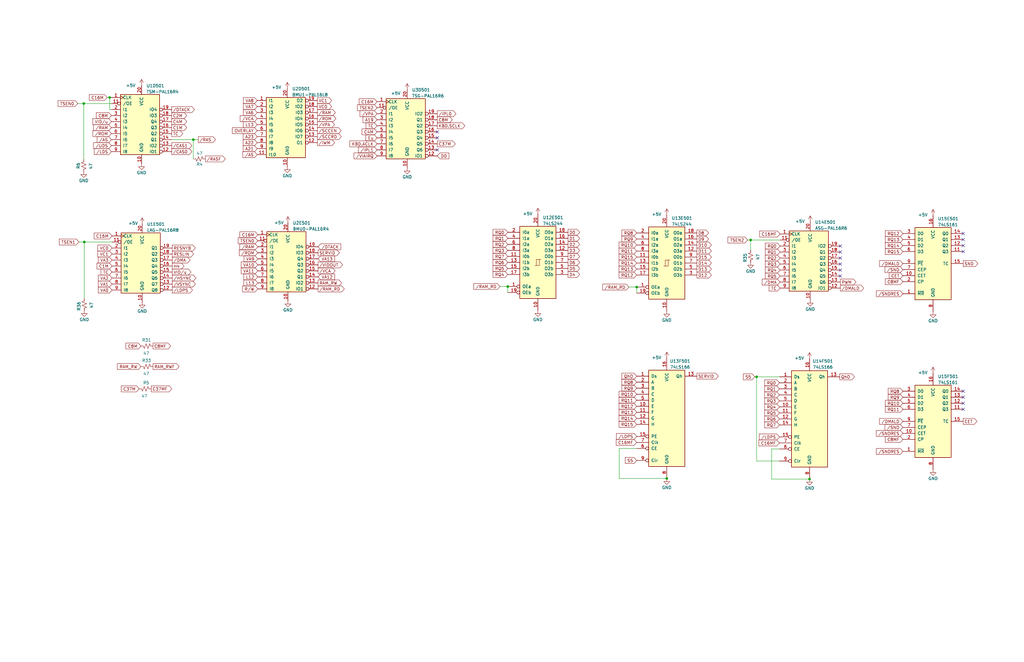
<source format=kicad_sch>
(kicad_sch (version 20211123) (generator eeschema)
  (paper "B")
  (title_block (title "Schematic, Main Logic Board, 128k") (date "2023-01-28") (rev "Redraw 001") (company "Apple Computer") (comment 1 "050-0073-C") (comment 2 "Release"))
  (lib_symbols
    (symbol "74xx:74LS161" (pin_names (offset 1.016))
      (property "Reference" "U" (at -7.62 16.51 0))
      (property "Value" "74LS161" (at -7.62 -16.51 0))
      (symbol "74LS161_1_0"
        (pin input line (at -12.7 -12.7 0) (length 5.08) (name "~{MR}") (number "1"))
        (pin input line (at -12.7 -5.08 0) (length 5.08) (name "CET") (number "10"))
        (pin output line (at 12.7 5.08 180) (length 5.08) (name "Q3") (number "11"))
        (pin output line (at 12.7 7.62 180) (length 5.08) (name "Q2") (number "12"))
        (pin output line (at 12.7 10.16 180) (length 5.08) (name "Q1") (number "13"))
        (pin output line (at 12.7 12.7 180) (length 5.08) (name "Q0") (number "14"))
        (pin output line (at 12.7 0 180) (length 5.08) (name "TC") (number "15"))
        (pin power_in line (at 0 20.32 270) (length 5.08) (name "VCC") (number "16"))
        (pin input line (at -12.7 -7.62 0) (length 5.08) (name "CP") (number "2"))
        (pin input line (at -12.7 12.7 0) (length 5.08) (name "D0") (number "3"))
        (pin input line (at -12.7 10.16 0) (length 5.08) (name "D1") (number "4"))
        (pin input line (at -12.7 7.62 0) (length 5.08) (name "D2") (number "5"))
        (pin input line (at -12.7 5.08 0) (length 5.08) (name "D3") (number "6"))
        (pin input line (at -12.7 -2.54 0) (length 5.08) (name "CEP") (number "7"))
        (pin power_in line (at 0 -20.32 90) (length 5.08) (name "GND") (number "8"))
        (pin input line (at -12.7 0 0) (length 5.08) (name "~{PE}") (number "9"))
      )
      (symbol "74LS161_1_1"
        (rectangle (start -7.62 15.24) (end 7.62 -15.24) (stroke (width 0.254)) (fill (type background)))
      )
    )
    (symbol "74xx:74LS166" (pin_names (offset 1.016))
      (property "Reference" "U" (at -7.62 21.59 0))
      (property "Value" "74LS166" (at -7.62 -21.59 0))
      (symbol "74LS166_1_0"
        (pin input line (at -12.7 17.78 0) (length 5.08) (name "Ds") (number "1"))
        (pin input line (at -12.7 5.08 0) (length 5.08) (name "E") (number "10"))
        (pin input line (at -12.7 2.54 0) (length 5.08) (name "F") (number "11"))
        (pin input line (at -12.7 0 0) (length 5.08) (name "G") (number "12"))
        (pin output line (at 12.7 17.78 180) (length 5.08) (name "Qh") (number "13"))
        (pin input line (at -12.7 -2.54 0) (length 5.08) (name "H") (number "14"))
        (pin input inverted (at -12.7 -7.62 0) (length 5.08) (name "PE") (number "15"))
        (pin power_in line (at 0 25.4 270) (length 5.08) (name "VCC") (number "16"))
        (pin input line (at -12.7 15.24 0) (length 5.08) (name "A") (number "2"))
        (pin input line (at -12.7 12.7 0) (length 5.08) (name "B") (number "3"))
        (pin input line (at -12.7 10.16 0) (length 5.08) (name "C") (number "4"))
        (pin input line (at -12.7 7.62 0) (length 5.08) (name "D") (number "5"))
        (pin input inverted (at -12.7 -12.7 0) (length 5.08) (name "CE") (number "6"))
        (pin input line (at -12.7 -10.16 0) (length 5.08) (name "Clk") (number "7"))
        (pin power_in line (at 0 -25.4 90) (length 5.08) (name "GND") (number "8"))
        (pin input inverted (at -12.7 -17.78 0) (length 5.08) (name "Clr") (number "9"))
      )
      (symbol "74LS166_1_1"
        (rectangle (start -7.62 20.32) (end 7.62 -20.32) (stroke (width 0.254)) (fill (type background)))
      )
    )
    (symbol "74xx:74LS244" (pin_names (offset 1.016))
      (property "Reference" "U" (at -7.62 16.51 0))
      (property "Value" "74LS244" (at -7.62 -16.51 0))
      (symbol "74LS244_1_0"
        (polyline (pts (xy -0.635 -1.27) (xy -0.635 1.27) (xy 0.635 1.27)))
        (polyline (pts (xy -1.27 -1.27) (xy 0.635 -1.27) (xy 0.635 1.27) (xy 1.27 1.27)))
        (pin input inverted (at -12.7 -10.16 0) (length 5.08) (name "OEa") (number "1"))
        (pin power_in line (at 0 -20.32 90) (length 5.08) (name "GND") (number "10"))
        (pin input line (at -12.7 2.54 0) (length 5.08) (name "I0b") (number "11"))
        (pin tri_state line (at 12.7 5.08 180) (length 5.08) (name "O3a") (number "12"))
        (pin input line (at -12.7 0 0) (length 5.08) (name "I1b") (number "13"))
        (pin tri_state line (at 12.7 7.62 180) (length 5.08) (name "O2a") (number "14"))
        (pin input line (at -12.7 -2.54 0) (length 5.08) (name "I2b") (number "15"))
        (pin tri_state line (at 12.7 10.16 180) (length 5.08) (name "O1a") (number "16"))
        (pin input line (at -12.7 -5.08 0) (length 5.08) (name "I3b") (number "17"))
        (pin tri_state line (at 12.7 12.7 180) (length 5.08) (name "O0a") (number "18"))
        (pin input inverted (at -12.7 -12.7 0) (length 5.08) (name "OEb") (number "19"))
        (pin input line (at -12.7 12.7 0) (length 5.08) (name "I0a") (number "2"))
        (pin power_in line (at 0 20.32 270) (length 5.08) (name "VCC") (number "20"))
        (pin tri_state line (at 12.7 -5.08 180) (length 5.08) (name "O3b") (number "3"))
        (pin input line (at -12.7 10.16 0) (length 5.08) (name "I1a") (number "4"))
        (pin tri_state line (at 12.7 -2.54 180) (length 5.08) (name "O2b") (number "5"))
        (pin input line (at -12.7 7.62 0) (length 5.08) (name "I2a") (number "6"))
        (pin tri_state line (at 12.7 0 180) (length 5.08) (name "O1b") (number "7"))
        (pin input line (at -12.7 5.08 0) (length 5.08) (name "I3a") (number "8"))
        (pin tri_state line (at 12.7 2.54 180) (length 5.08) (name "O0b") (number "9"))
      )
      (symbol "74LS244_1_1"
        (rectangle (start -7.62 15.24) (end 7.62 -15.24) (stroke (width 0.254)) (fill (type background)))
      )
    )
    (symbol "Device:R_Small_US" (pin_numbers hide) (pin_names (offset 0.254) hide)
      (property "Reference" "R" (at 0.762 0.508 0))
      (property "Value" "R_Small_US" (at 0.762 -1.016 0))
      (symbol "R_Small_US_1_1"
        (polyline (pts (xy 0 0) (xy 1.016 -0.381) (xy 0 -0.762) (xy -1.016 -1.143) (xy 0 -1.524)))
        (polyline (pts (xy 0 1.524) (xy 1.016 1.143) (xy 0 0.762) (xy -1.016 0.381) (xy 0 0)))
        (pin passive line (at 0 2.54 270) (length 1.016) (name "~") (number "1"))
        (pin passive line (at 0 -2.54 90) (length 1.016) (name "~") (number "2"))
      )
    )
    (symbol "Logic_Programmable:PAL16L8" (pin_names (offset 1.016))
      (property "Reference" "U" (at -8.89 16.51 0))
      (property "Value" "PAL16L8" (at 1.27 16.51 0))
      (symbol "PAL16L8_0_0"
        (pin power_in line (at 0 -15.24 90) (length 3.81) (name "GND") (number "10"))
        (pin power_in line (at 0 17.78 270) (length 3.81) (name "VCC") (number "20"))
      )
      (symbol "PAL16L8_0_1"
        (rectangle (start -8.89 13.97) (end 7.62 -11.43) (stroke (width 0.254)) (fill (type background)))
      )
      (symbol "PAL16L8_1_1"
        (pin input line (at -12.7 12.7 0) (length 3.81) (name "I1") (number "1"))
        (pin input line (at -12.7 -10.16 0) (length 3.81) (name "I10") (number "11"))
        (pin output inverted (at 12.7 -5.08 180) (length 5.08) (name "O1") (number "12"))
        (pin tri_state inverted (at 12.7 -2.54 180) (length 5.08) (name "IO7") (number "13"))
        (pin tri_state inverted (at 12.7 0 180) (length 5.08) (name "IO6") (number "14"))
        (pin tri_state inverted (at 12.7 2.54 180) (length 5.08) (name "IO5") (number "15"))
        (pin tri_state inverted (at 12.7 5.08 180) (length 5.08) (name "IO4") (number "16"))
        (pin tri_state inverted (at 12.7 7.62 180) (length 5.08) (name "I03") (number "17"))
        (pin tri_state inverted (at 12.7 10.16 180) (length 5.08) (name "IO2") (number "18"))
        (pin output inverted (at 12.7 12.7 180) (length 5.08) (name "O2") (number "19"))
        (pin input line (at -12.7 10.16 0) (length 3.81) (name "I2") (number "2"))
        (pin input line (at -12.7 7.62 0) (length 3.81) (name "I3") (number "3"))
        (pin input line (at -12.7 5.08 0) (length 3.81) (name "I4") (number "4"))
        (pin input line (at -12.7 2.54 0) (length 3.81) (name "I5") (number "5"))
        (pin input line (at -12.7 0 0) (length 3.81) (name "I6") (number "6"))
        (pin input line (at -12.7 -2.54 0) (length 3.81) (name "I7") (number "7"))
        (pin input line (at -12.7 -5.08 0) (length 3.81) (name "I8") (number "8"))
        (pin input line (at -12.7 -7.62 0) (length 3.81) (name "I9") (number "9"))
      )
    )
    (symbol "PAL16R4_1" (pin_names (offset 1.016))
      (property "Reference" "U" (at -8.89 16.51 0))
      (property "Value" "PAL16R4_1" (at 1.27 16.51 0))
      (symbol "PAL16R4_1_0_0"
        (pin power_in line (at 0 -15.24 90) (length 3.81) (name "GND") (number "10"))
        (pin power_in line (at 0 17.78 270) (length 3.81) (name "VCC") (number "20"))
      )
      (symbol "PAL16R4_1_0_1"
        (rectangle (start -8.89 13.97) (end 7.62 -11.43) (stroke (width 0.254)) (fill (type background)))
      )
      (symbol "PAL16R4_1_1_1"
        (pin passive clock (at -12.7 12.7 0) (length 3.81) (name "CLK") (number "1"))
        (pin input inverted (at -12.7 10.16 0) (length 3.81) (name "/OE") (number "11"))
        (pin bidirectional inverted (at 12.7 -10.16 180) (length 5.08) (name "IO1") (number "12"))
        (pin bidirectional inverted (at 12.7 -7.62 180) (length 5.08) (name "IO2") (number "13"))
        (pin output inverted (at 12.7 -5.08 180) (length 5.08) (name "Q1") (number "14"))
        (pin output inverted (at 12.7 -2.54 180) (length 5.08) (name "Q2") (number "15"))
        (pin output inverted (at 12.7 0 180) (length 5.08) (name "Q3") (number "16"))
        (pin output inverted (at 12.7 2.54 180) (length 5.08) (name "Q4") (number "17"))
        (pin bidirectional inverted (at 12.7 5.08 180) (length 5.08) (name "IO3") (number "18"))
        (pin bidirectional inverted (at 12.7 7.62 180) (length 5.08) (name "IO4") (number "19"))
        (pin input line (at -12.7 7.62 0) (length 3.81) (name "I1") (number "2"))
        (pin input line (at -12.7 5.08 0) (length 3.81) (name "I2") (number "3"))
        (pin input line (at -12.7 2.54 0) (length 3.81) (name "I3") (number "4"))
        (pin input line (at -12.7 0 0) (length 3.81) (name "I4") (number "5"))
        (pin input line (at -12.7 -2.54 0) (length 3.81) (name "I5") (number "6"))
        (pin input line (at -12.7 -5.08 0) (length 3.81) (name "I6") (number "7"))
        (pin input line (at -12.7 -7.62 0) (length 3.81) (name "I7") (number "8"))
        (pin input line (at -12.7 -10.16 0) (length 3.81) (name "I8") (number "9"))
      )
    )
    (symbol "PAL16R6_1" (pin_names (offset 1.016))
      (property "Reference" "U" (at -8.89 16.51 0))
      (property "Value" "PAL16R6_1" (at 1.27 16.51 0))
      (symbol "PAL16R6_1_0_0"
        (pin power_in line (at 0 -15.24 90) (length 3.81) (name "GND") (number "10"))
        (pin power_in line (at 0 17.78 270) (length 3.81) (name "VCC") (number "20"))
      )
      (symbol "PAL16R6_1_0_1"
        (rectangle (start -8.89 13.97) (end 7.62 -11.43) (stroke (width 0.254)) (fill (type background)))
      )
      (symbol "PAL16R6_1_1_1"
        (pin passive clock (at -12.7 12.7 0) (length 3.81) (name "CLK") (number "1"))
        (pin input inverted (at -12.7 10.16 0) (length 3.81) (name "/OE") (number "11"))
        (pin bidirectional inverted (at 12.7 -10.16 180) (length 5.08) (name "IO1") (number "12"))
        (pin output inverted (at 12.7 -7.62 180) (length 5.08) (name "Q6") (number "13"))
        (pin output inverted (at 12.7 -5.08 180) (length 5.08) (name "Q5") (number "14"))
        (pin output inverted (at 12.7 -2.54 180) (length 5.08) (name "Q4") (number "15"))
        (pin output inverted (at 12.7 0 180) (length 5.08) (name "Q3") (number "16"))
        (pin output inverted (at 12.7 2.54 180) (length 5.08) (name "Q2") (number "17"))
        (pin output inverted (at 12.7 5.08 180) (length 5.08) (name "Q1") (number "18"))
        (pin bidirectional inverted (at 12.7 7.62 180) (length 5.08) (name "IO2") (number "19"))
        (pin input line (at -12.7 7.62 0) (length 3.81) (name "I1") (number "2"))
        (pin input line (at -12.7 5.08 0) (length 3.81) (name "I2") (number "3"))
        (pin input line (at -12.7 2.54 0) (length 3.81) (name "I3") (number "4"))
        (pin input line (at -12.7 0 0) (length 3.81) (name "I4") (number "5"))
        (pin input line (at -12.7 -2.54 0) (length 3.81) (name "I5") (number "6"))
        (pin input line (at -12.7 -5.08 0) (length 3.81) (name "I6") (number "7"))
        (pin input line (at -12.7 -7.62 0) (length 3.81) (name "I7") (number "8"))
        (pin input line (at -12.7 -10.16 0) (length 3.81) (name "I8") (number "9"))
      )
    )
    (symbol "PAL16R8_1" (pin_names (offset 1.016))
      (property "Reference" "U" (at -8.89 16.51 0))
      (property "Value" "PAL16R8_1" (at 1.27 16.51 0))
      (symbol "PAL16R8_1_0_0"
        (pin power_in line (at 0 -15.24 90) (length 3.81) (name "GND") (number "10"))
        (pin power_in line (at 0 17.78 270) (length 3.81) (name "VCC") (number "20"))
      )
      (symbol "PAL16R8_1_0_1"
        (rectangle (start -8.89 13.97) (end 7.62 -11.43) (stroke (width 0.254)) (fill (type background)))
      )
      (symbol "PAL16R8_1_1_1"
        (pin input clock (at -12.7 12.7 0) (length 3.81) (name "CLK") (number "1"))
        (pin input inverted (at -12.7 10.16 0) (length 3.81) (name "/OE") (number "11"))
        (pin output inverted (at 12.7 -10.16 180) (length 5.08) (name "Q8") (number "12"))
        (pin output inverted (at 12.7 -7.62 180) (length 5.08) (name "Q7") (number "13"))
        (pin output inverted (at 12.7 -5.08 180) (length 5.08) (name "Q6") (number "14"))
        (pin output inverted (at 12.7 -2.54 180) (length 5.08) (name "Q5") (number "15"))
        (pin output inverted (at 12.7 0 180) (length 5.08) (name "Q4") (number "16"))
        (pin output inverted (at 12.7 2.54 180) (length 5.08) (name "Q3") (number "17"))
        (pin output inverted (at 12.7 5.08 180) (length 5.08) (name "Q2") (number "18"))
        (pin output inverted (at 12.7 7.62 180) (length 5.08) (name "Q1") (number "19"))
        (pin input line (at -12.7 7.62 0) (length 3.81) (name "I1") (number "2"))
        (pin input line (at -12.7 5.08 0) (length 3.81) (name "I2") (number "3"))
        (pin input line (at -12.7 2.54 0) (length 3.81) (name "I3") (number "4"))
        (pin input line (at -12.7 0 0) (length 3.81) (name "I4") (number "5"))
        (pin input line (at -12.7 -2.54 0) (length 3.81) (name "I5") (number "6"))
        (pin input line (at -12.7 -5.08 0) (length 3.81) (name "I6") (number "7"))
        (pin input line (at -12.7 -7.62 0) (length 3.81) (name "I7") (number "8"))
        (pin input line (at -12.7 -10.16 0) (length 3.81) (name "I8") (number "9"))
      )
    )
    (symbol "RAC_Custom2:PAL16R4" (pin_names (offset 1.016))
      (property "Reference" "U" (at -8.89 16.51 0))
      (property "Value" "PAL16R4" (at 1.27 16.51 0))
      (symbol "PAL16R4_0_0"
        (pin power_in line (at 0 -15.24 90) (length 3.81) (name "GND") (number "10"))
        (pin power_in line (at 0 17.78 270) (length 3.81) (name "VCC") (number "20"))
      )
      (symbol "PAL16R4_0_1"
        (rectangle (start -8.89 13.97) (end 7.62 -11.43) (stroke (width 0.254)) (fill (type background)))
      )
      (symbol "PAL16R4_1_1"
        (pin passive clock (at -12.7 12.7 0) (length 3.81) (name "CLK") (number "1"))
        (pin input inverted (at -12.7 10.16 0) (length 3.81) (name "/OE") (number "11"))
        (pin bidirectional inverted (at 12.7 -10.16 180) (length 5.08) (name "IO1") (number "12"))
        (pin bidirectional inverted (at 12.7 -7.62 180) (length 5.08) (name "IO2") (number "13"))
        (pin output inverted (at 12.7 -5.08 180) (length 5.08) (name "Q1") (number "14"))
        (pin output inverted (at 12.7 -2.54 180) (length 5.08) (name "Q2") (number "15"))
        (pin output inverted (at 12.7 0 180) (length 5.08) (name "Q3") (number "16"))
        (pin output inverted (at 12.7 2.54 180) (length 5.08) (name "Q4") (number "17"))
        (pin bidirectional inverted (at 12.7 5.08 180) (length 5.08) (name "IO3") (number "18"))
        (pin bidirectional inverted (at 12.7 7.62 180) (length 5.08) (name "IO4") (number "19"))
        (pin input line (at -12.7 7.62 0) (length 3.81) (name "I1") (number "2"))
        (pin input line (at -12.7 5.08 0) (length 3.81) (name "I2") (number "3"))
        (pin input line (at -12.7 2.54 0) (length 3.81) (name "I3") (number "4"))
        (pin input line (at -12.7 0 0) (length 3.81) (name "I4") (number "5"))
        (pin input line (at -12.7 -2.54 0) (length 3.81) (name "I5") (number "6"))
        (pin input line (at -12.7 -5.08 0) (length 3.81) (name "I6") (number "7"))
        (pin input line (at -12.7 -7.62 0) (length 3.81) (name "I7") (number "8"))
        (pin input line (at -12.7 -10.16 0) (length 3.81) (name "I8") (number "9"))
      )
    )
    (symbol "RAC_Custom2:PAL16R6" (pin_names (offset 1.016))
      (property "Reference" "U" (at -8.89 16.51 0))
      (property "Value" "PAL16R6" (at 1.27 16.51 0))
      (symbol "PAL16R6_0_0"
        (pin power_in line (at 0 -15.24 90) (length 3.81) (name "GND") (number "10"))
        (pin power_in line (at 0 17.78 270) (length 3.81) (name "VCC") (number "20"))
      )
      (symbol "PAL16R6_0_1"
        (rectangle (start -8.89 13.97) (end 7.62 -11.43) (stroke (width 0.254)) (fill (type background)))
      )
      (symbol "PAL16R6_1_1"
        (pin passive clock (at -12.7 12.7 0) (length 3.81) (name "CLK") (number "1"))
        (pin input inverted (at -12.7 10.16 0) (length 3.81) (name "/OE") (number "11"))
        (pin bidirectional inverted (at 12.7 -10.16 180) (length 5.08) (name "IO1") (number "12"))
        (pin output inverted (at 12.7 -7.62 180) (length 5.08) (name "Q6") (number "13"))
        (pin output inverted (at 12.7 -5.08 180) (length 5.08) (name "Q5") (number "14"))
        (pin output inverted (at 12.7 -2.54 180) (length 5.08) (name "Q4") (number "15"))
        (pin output inverted (at 12.7 0 180) (length 5.08) (name "Q3") (number "16"))
        (pin output inverted (at 12.7 2.54 180) (length 5.08) (name "Q2") (number "17"))
        (pin output inverted (at 12.7 5.08 180) (length 5.08) (name "Q1") (number "18"))
        (pin bidirectional inverted (at 12.7 7.62 180) (length 5.08) (name "IO2") (number "19"))
        (pin input line (at -12.7 7.62 0) (length 3.81) (name "I1") (number "2"))
        (pin input line (at -12.7 5.08 0) (length 3.81) (name "I2") (number "3"))
        (pin input line (at -12.7 2.54 0) (length 3.81) (name "I3") (number "4"))
        (pin input line (at -12.7 0 0) (length 3.81) (name "I4") (number "5"))
        (pin input line (at -12.7 -2.54 0) (length 3.81) (name "I5") (number "6"))
        (pin input line (at -12.7 -5.08 0) (length 3.81) (name "I6") (number "7"))
        (pin input line (at -12.7 -7.62 0) (length 3.81) (name "I7") (number "8"))
        (pin input line (at -12.7 -10.16 0) (length 3.81) (name "I8") (number "9"))
      )
    )
    (symbol "power:+5V" (power) (pin_names (offset 0))
      (property "Value" "+5V" (at 0 3.556 0))
      (symbol "+5V_0_1"
        (polyline (pts (xy -0.762 1.27) (xy 0 2.54)))
        (polyline (pts (xy 0 0) (xy 0 2.54)))
        (polyline (pts (xy 0 2.54) (xy 0.762 1.27)))
      )
      (symbol "+5V_1_1"
        (pin power_in line (at 0 0 90) (length 0) hide (name "+5V") (number "1"))
      )
    )
    (symbol "power:GND" (power) (pin_names (offset 0))
      (property "Value" "GND" (at 0 -3.81 0))
      (symbol "GND_0_1"
        (polyline (pts (xy 0 0) (xy 0 -1.27) (xy 1.27 -1.27) (xy 0 -2.54) (xy -1.27 -1.27) (xy 0 -1.27)))
      )
      (symbol "GND_1_1"
        (pin power_in line (at 0 0 270) (length 0) hide (name "GND") (number "1"))
      )
    )
  )
  (junction (at 46.228 41.148))
  (junction (at 268.478 121.158))
  (junction (at 281.178 201.93))
  (junction (at 35.306 43.688))
  (junction (at 214.122 120.904))
  (junction (at 316.5094 101.2698))
  (junction (at 81.534 58.928))
  (junction (at 35.56 102.108))
  (junction (at 341.376 202.184))
  (junction (at 319.024 159.004))
  (no_connect (at 406.146 165.1))
  (no_connect (at 406.146 172.72))
  (no_connect (at 406.146 103.632))
  (no_connect (at 354.3554 116.5098))
  (no_connect (at 354.3554 111.4298))
  (no_connect (at 354.3554 103.8098))
  (no_connect (at 354.3554 108.8898))
  (no_connect (at 184.404 55.626))
  (no_connect (at 406.146 98.552))
  (no_connect (at 184.404 58.166))
  (no_connect (at 406.146 167.64))
  (no_connect (at 406.146 106.172))
  (no_connect (at 354.3554 113.9698))
  (no_connect (at 354.3554 106.3498))
  (no_connect (at 406.146 170.18))
  (no_connect (at 406.146 101.092))
  (no_connect (at 184.404 63.246))
  (wire (pts (xy 261.112 189.23) (xy 268.478 189.23)))
  (wire (pts (xy 328.676 194.564) (xy 319.024 194.564)))
  (wire (pts (xy 32.766 43.688) (xy 35.306 43.688)))
  (wire (pts (xy 265.176 121.158) (xy 268.478 121.158)))
  (wire (pts (xy 35.306 67.31) (xy 35.306 43.688)))
  (wire (pts (xy 316.5094 101.2698) (xy 328.9554 101.2698)))
  (wire (pts (xy 261.112 189.23) (xy 261.112 201.93)))
  (wire (pts (xy 268.478 121.158) (xy 268.478 123.698)))
  (wire (pts (xy 316.5094 101.2698) (xy 316.5094 105.5878)))
  (wire (pts (xy 35.56 102.108) (xy 47.244 102.108)))
  (wire (pts (xy 319.024 159.004) (xy 328.676 159.004)))
  (wire (pts (xy 33.274 102.108) (xy 35.56 102.108)))
  (wire (pts (xy 35.306 43.688) (xy 46.99 43.688)))
  (wire (pts (xy 315.2394 101.2698) (xy 316.5094 101.2698)))
  (wire (pts (xy 45.212 41.148) (xy 46.228 41.148)))
  (wire (pts (xy 81.534 58.928) (xy 83.566 58.928)))
  (wire (pts (xy 210.82 120.904) (xy 214.122 120.904)))
  (wire (pts (xy 46.99 46.228) (xy 46.228 46.228)))
  (wire (pts (xy 325.374 189.484) (xy 328.676 189.484)))
  (wire (pts (xy 325.374 202.184) (xy 325.374 189.484)))
  (wire (pts (xy 319.024 194.564) (xy 319.024 159.004)))
  (wire (pts (xy 341.376 202.184) (xy 325.374 202.184)))
  (wire (pts (xy 81.534 67.056) (xy 81.534 58.928)))
  (wire (pts (xy 214.122 120.904) (xy 214.122 123.444)))
  (wire (pts (xy 72.39 58.928) (xy 81.534 58.928)))
  (wire (pts (xy 318.262 159.004) (xy 319.024 159.004)))
  (wire (pts (xy 261.112 201.93) (xy 281.178 201.93)))
  (wire (pts (xy 35.56 102.108) (xy 35.56 125.984)))
  (wire (pts (xy 46.228 41.148) (xy 46.99 41.148)))
  (wire (pts (xy 46.228 46.228) (xy 46.228 41.148)))
  (global_label "RQ13" (shape input) (at 380.746 101.092 180) (property "Intersheet References" "${INTERSHEET_REFS}" (effects hide)))
  (global_label "R{slash}W" (shape input) (at 108.712 121.92 180) (property "Intersheet References" "${INTERSHEET_REFS}" (effects hide)))
  (global_label "{slash}RAS" (shape output) (at 83.566 58.928 0) (property "Intersheet References" "${INTERSHEET_REFS}" (effects hide)))
  (global_label "QhO" (shape output) (at 354.076 159.004 0) (property "Intersheet References" "${INTERSHEET_REFS}" (effects hide)))
  (global_label "C2M" (shape output) (at 72.39 48.768 0) (property "Intersheet References" "${INTERSHEET_REFS}" (effects hide)))
  (global_label "RQ14" (shape input) (at 268.478 110.998 180) (property "Intersheet References" "${INTERSHEET_REFS}" (effects hide)))
  (global_label "A23" (shape input) (at 108.458 57.658 180) (property "Intersheet References" "${INTERSHEET_REFS}" (effects hide)))
  (global_label "{slash}DMALD" (shape output) (at 354.3554 121.5898 0) (property "Intersheet References" "${INTERSHEET_REFS}" (effects hide)))
  (global_label "RQ6" (shape input) (at 214.122 110.744 180) (property "Intersheet References" "${INTERSHEET_REFS}" (effects hide)))
  (global_label "RQ15" (shape input) (at 268.478 108.458 180) (property "Intersheet References" "${INTERSHEET_REFS}" (effects hide)))
  (global_label "RQ15" (shape input) (at 380.746 106.172 180) (property "Intersheet References" "${INTERSHEET_REFS}" (effects hide)))
  (global_label "RQ2" (shape input) (at 328.9554 108.8898 180) (property "Intersheet References" "${INTERSHEET_REFS}" (effects hide)))
  (global_label "{slash}SCCEN" (shape output) (at 133.858 55.118 0) (property "Intersheet References" "${INTERSHEET_REFS}" (effects hide)))
  (global_label "VID{slash}u" (shape input) (at 46.99 51.308 180) (property "Intersheet References" "${INTERSHEET_REFS}" (effects hide)))
  (global_label "TSEN2" (shape input) (at 315.2394 101.2698 180) (property "Intersheet References" "${INTERSHEET_REFS}" (effects hide)))
  (global_label "TC" (shape input) (at 47.244 114.808 180) (property "Intersheet References" "${INTERSHEET_REFS}" (effects hide)))
  (global_label "D3" (shape output) (at 239.522 105.664 0) (property "Intersheet References" "${INTERSHEET_REFS}" (effects hide)))
  (global_label "RAM_RW" (shape output) (at 134.112 119.38 0) (property "Intersheet References" "${INTERSHEET_REFS}" (effects hide)))
  (global_label "VA11" (shape input) (at 108.712 114.3 180) (property "Intersheet References" "${INTERSHEET_REFS}" (effects hide)))
  (global_label "RQ15" (shape input) (at 268.478 179.07 180) (property "Intersheet References" "${INTERSHEET_REFS}" (effects hide)))
  (global_label "C37M" (shape output) (at 184.404 60.706 0) (property "Intersheet References" "${INTERSHEET_REFS}" (effects hide)))
  (global_label "VC0" (shape input) (at 47.244 104.648 180) (property "Intersheet References" "${INTERSHEET_REFS}" (effects hide)))
  (global_label "RQ5" (shape input) (at 328.9554 116.5098 180) (property "Intersheet References" "${INTERSHEET_REFS}" (effects hide)))
  (global_label "RQ8" (shape input) (at 380.746 165.1 180) (property "Intersheet References" "${INTERSHEET_REFS}" (effects hide)))
  (global_label "{slash}CAS1" (shape output) (at 72.39 61.468 0) (property "Intersheet References" "${INTERSHEET_REFS}" (effects hide)))
  (global_label "C8M" (shape output) (at 184.404 50.546 0) (property "Intersheet References" "${INTERSHEET_REFS}" (effects hide)))
  (global_label "C8M" (shape input) (at 59.436 146.05 180) (property "Intersheet References" "${INTERSHEET_REFS}" (effects hide)))
  (global_label "C8MF" (shape input) (at 380.746 185.42 180) (property "Intersheet References" "${INTERSHEET_REFS}" (effects hide)))
  (global_label "TSEN0" (shape input) (at 108.712 101.6 180) (property "Intersheet References" "${INTERSHEET_REFS}" (effects hide)))
  (global_label "{slash}DTACK" (shape input) (at 134.112 104.14 0) (property "Intersheet References" "${INTERSHEET_REFS}" (effects hide)))
  (global_label "SERVID" (shape output) (at 134.112 106.68 0) (property "Intersheet References" "${INTERSHEET_REFS}" (effects hide)))
  (global_label "{slash}RAM_RD" (shape input) (at 265.176 121.158 180) (property "Intersheet References" "${INTERSHEET_REFS}" (effects hide)))
  (global_label "D11" (shape output) (at 293.878 105.918 0) (property "Intersheet References" "${INTERSHEET_REFS}" (effects hide)))
  (global_label "D5" (shape output) (at 239.522 113.284 0) (property "Intersheet References" "${INTERSHEET_REFS}" (effects hide)))
  (global_label "{slash}CAS0" (shape output) (at 72.39 64.008 0) (property "Intersheet References" "${INTERSHEET_REFS}" (effects hide)))
  (global_label "{slash}HSYNC" (shape output) (at 72.644 117.348 0) (property "Intersheet References" "${INTERSHEET_REFS}" (effects hide)))
  (global_label "RQ5" (shape input) (at 214.122 113.284 180) (property "Intersheet References" "${INTERSHEET_REFS}" (effects hide)))
  (global_label "RQ0" (shape input) (at 214.122 98.044 180) (property "Intersheet References" "${INTERSHEET_REFS}" (effects hide)))
  (global_label "{slash}ROM" (shape output) (at 133.858 50.038 0) (property "Intersheet References" "${INTERSHEET_REFS}" (effects hide)))
  (global_label "VA0" (shape input) (at 47.244 122.428 180) (property "Intersheet References" "${INTERSHEET_REFS}" (effects hide)))
  (global_label "{slash}VCA" (shape output) (at 134.112 114.3 0) (property "Intersheet References" "${INTERSHEET_REFS}" (effects hide)))
  (global_label "D0" (shape input) (at 184.404 65.786 0) (property "Intersheet References" "${INTERSHEET_REFS}" (effects hide)))
  (global_label "D10" (shape output) (at 293.878 103.378 0) (property "Intersheet References" "${INTERSHEET_REFS}" (effects hide)))
  (global_label "VA8" (shape input) (at 108.458 42.418 180) (property "Intersheet References" "${INTERSHEET_REFS}" (effects hide)))
  (global_label "{slash}RAM" (shape output) (at 133.858 47.498 0) (property "Intersheet References" "${INTERSHEET_REFS}" (effects hide)))
  (global_label "{slash}LDS" (shape input) (at 46.99 64.008 180) (property "Intersheet References" "${INTERSHEET_REFS}" (effects hide)))
  (global_label "{slash}IWM" (shape output) (at 133.858 60.198 0) (property "Intersheet References" "${INTERSHEET_REFS}" (effects hide)))
  (global_label "RQ14" (shape input) (at 268.478 176.53 180) (property "Intersheet References" "${INTERSHEET_REFS}" (effects hide)))
  (global_label "TSEN2" (shape input) (at 159.004 45.466 180) (property "Intersheet References" "${INTERSHEET_REFS}" (effects hide)))
  (global_label "VID{slash}u" (shape output) (at 72.644 114.808 0) (property "Intersheet References" "${INTERSHEET_REFS}" (effects hide)))
  (global_label "D4" (shape output) (at 239.522 115.824 0) (property "Intersheet References" "${INTERSHEET_REFS}" (effects hide)))
  (global_label "TC" (shape output) (at 72.39 56.388 0) (property "Intersheet References" "${INTERSHEET_REFS}" (effects hide)))
  (global_label "{slash}LDPS" (shape output) (at 72.644 122.428 0) (property "Intersheet References" "${INTERSHEET_REFS}" (effects hide)))
  (global_label "VA9" (shape input) (at 108.712 109.22 180) (property "Intersheet References" "${INTERSHEET_REFS}" (effects hide)))
  (global_label "VC0" (shape output) (at 133.858 44.958 0) (property "Intersheet References" "${INTERSHEET_REFS}" (effects hide)))
  (global_label "S5" (shape input) (at 318.262 159.004 180) (property "Intersheet References" "${INTERSHEET_REFS}" (effects hide)))
  (global_label "D8" (shape output) (at 293.878 98.298 0) (property "Intersheet References" "${INTERSHEET_REFS}" (effects hide)))
  (global_label "C16M" (shape input) (at 108.712 99.06 180) (property "Intersheet References" "${INTERSHEET_REFS}" (effects hide)))
  (global_label "D14" (shape output) (at 293.878 110.998 0) (property "Intersheet References" "${INTERSHEET_REFS}" (effects hide)))
  (global_label "VA3" (shape input) (at 47.244 109.728 180) (property "Intersheet References" "${INTERSHEET_REFS}" (effects hide)))
  (global_label "RQ2" (shape input) (at 214.122 103.124 180) (property "Intersheet References" "${INTERSHEET_REFS}" (effects hide)))
  (global_label "QhO" (shape input) (at 268.478 158.75 180) (property "Intersheet References" "${INTERSHEET_REFS}" (effects hide)))
  (global_label "RQ3" (shape input) (at 328.9554 111.4298 180) (property "Intersheet References" "${INTERSHEET_REFS}" (effects hide)))
  (global_label "{slash}SND" (shape input) (at 380.746 180.34 180) (property "Intersheet References" "${INTERSHEET_REFS}" (effects hide)))
  (global_label "OVERLAY" (shape input) (at 108.458 55.118 180) (property "Intersheet References" "${INTERSHEET_REFS}" (effects hide)))
  (global_label "RQ5" (shape input) (at 328.676 174.244 180) (property "Intersheet References" "${INTERSHEET_REFS}" (effects hide)))
  (global_label "D15" (shape output) (at 293.878 108.458 0) (property "Intersheet References" "${INTERSHEET_REFS}" (effects hide)))
  (global_label "RQ12" (shape input) (at 380.746 98.552 180) (property "Intersheet References" "${INTERSHEET_REFS}" (effects hide)))
  (global_label "RQ13" (shape input) (at 268.478 113.538 180) (property "Intersheet References" "${INTERSHEET_REFS}" (effects hide)))
  (global_label "RQ0" (shape input) (at 328.676 161.544 180) (property "Intersheet References" "${INTERSHEET_REFS}" (effects hide)))
  (global_label "RQ12" (shape input) (at 268.478 171.45 180) (property "Intersheet References" "${INTERSHEET_REFS}" (effects hide)))
  (global_label "C8MF" (shape output) (at 64.516 146.05 0) (property "Intersheet References" "${INTERSHEET_REFS}" (effects hide)))
  (global_label "RQ3" (shape input) (at 328.676 169.164 180) (property "Intersheet References" "${INTERSHEET_REFS}" (effects hide)))
  (global_label "C37M" (shape input) (at 58.674 164.084 180) (property "Intersheet References" "${INTERSHEET_REFS}" (effects hide)))
  (global_label "{slash}DMA" (shape input) (at 328.9554 119.0498 180) (property "Intersheet References" "${INTERSHEET_REFS}" (effects hide)))
  (global_label "C8MF" (shape input) (at 380.746 118.872 180) (property "Intersheet References" "${INTERSHEET_REFS}" (effects hide)))
  (global_label "RQ7" (shape input) (at 214.122 108.204 180) (property "Intersheet References" "${INTERSHEET_REFS}" (effects hide)))
  (global_label "TSEN1" (shape input) (at 33.274 102.108 180) (property "Intersheet References" "${INTERSHEET_REFS}" (effects hide)))
  (global_label "RQ10" (shape input) (at 268.478 166.37 180) (property "Intersheet References" "${INTERSHEET_REFS}" (effects hide)))
  (global_label "{slash}RASF" (shape output) (at 86.614 67.056 0) (property "Intersheet References" "${INTERSHEET_REFS}" (effects hide)))
  (global_label "VA2" (shape input) (at 47.244 117.348 180) (property "Intersheet References" "${INTERSHEET_REFS}" (effects hide)))
  (global_label "D2" (shape output) (at 239.522 103.124 0) (property "Intersheet References" "${INTERSHEET_REFS}" (effects hide)))
  (global_label "SERVID" (shape output) (at 293.878 158.75 0) (property "Intersheet References" "${INTERSHEET_REFS}" (effects hide)))
  (global_label "RQ4" (shape input) (at 328.9554 113.9698 180) (property "Intersheet References" "${INTERSHEET_REFS}" (effects hide)))
  (global_label "{slash}SNDRES" (shape input) (at 380.746 182.88 180) (property "Intersheet References" "${INTERSHEET_REFS}" (effects hide)))
  (global_label "C16M" (shape input) (at 45.212 41.148 180) (property "Intersheet References" "${INTERSHEET_REFS}" (effects hide)))
  (global_label "VA6" (shape input) (at 108.458 47.498 180) (property "Intersheet References" "${INTERSHEET_REFS}" (effects hide)))
  (global_label "TC" (shape input) (at 328.9554 121.5898 180) (property "Intersheet References" "${INTERSHEET_REFS}" (effects hide)))
  (global_label "VA13" (shape input) (at 134.112 109.22 0) (property "Intersheet References" "${INTERSHEET_REFS}" (effects hide)))
  (global_label "Eu" (shape input) (at 159.004 58.166 180) (property "Intersheet References" "${INTERSHEET_REFS}" (effects hide)))
  (global_label "{slash}RAM_RD" (shape input) (at 210.82 120.904 180) (property "Intersheet References" "${INTERSHEET_REFS}" (effects hide)))
  (global_label "{slash}VPA" (shape output) (at 133.858 52.578 0) (property "Intersheet References" "${INTERSHEET_REFS}" (effects hide)))
  (global_label "RQ4" (shape input) (at 328.676 171.704 180) (property "Intersheet References" "${INTERSHEET_REFS}" (effects hide)))
  (global_label "D6" (shape output) (at 239.522 110.744 0) (property "Intersheet References" "${INTERSHEET_REFS}" (effects hide)))
  (global_label "{slash}VSYNC" (shape output) (at 72.644 119.888 0) (property "Intersheet References" "${INTERSHEET_REFS}" (effects hide)))
  (global_label "C37MF" (shape output) (at 63.754 164.084 0) (property "Intersheet References" "${INTERSHEET_REFS}" (effects hide)))
  (global_label "VA12" (shape input) (at 134.112 116.84 0) (property "Intersheet References" "${INTERSHEET_REFS}" (effects hide)))
  (global_label "RQ8" (shape input) (at 268.478 98.298 180) (property "Intersheet References" "${INTERSHEET_REFS}" (effects hide)))
  (global_label "L13" (shape input) (at 108.458 52.578 180) (property "Intersheet References" "${INTERSHEET_REFS}" (effects hide)))
  (global_label "{slash}DMALD" (shape input) (at 380.746 111.252 180) (property "Intersheet References" "${INTERSHEET_REFS}" (effects hide)))
  (global_label "TSEN0" (shape input) (at 32.766 43.688 180) (property "Intersheet References" "${INTERSHEET_REFS}" (effects hide)))
  (global_label "{slash}DTACK" (shape output) (at 72.39 46.228 0) (property "Intersheet References" "${INTERSHEET_REFS}" (effects hide)))
  (global_label "RQ10" (shape input) (at 268.478 103.378 180) (property "Intersheet References" "${INTERSHEET_REFS}" (effects hide)))
  (global_label "C8M" (shape input) (at 46.99 48.768 180) (property "Intersheet References" "${INTERSHEET_REFS}" (effects hide)))
  (global_label "RQ1" (shape input) (at 328.9554 106.3498 180) (property "Intersheet References" "${INTERSHEET_REFS}" (effects hide)))
  (global_label "RQ9" (shape input) (at 380.746 167.64 180) (property "Intersheet References" "${INTERSHEET_REFS}" (effects hide)))
  (global_label "RQ1" (shape input) (at 214.122 100.584 180) (property "Intersheet References" "${INTERSHEET_REFS}" (effects hide)))
  (global_label "D12" (shape output) (at 293.878 116.078 0) (property "Intersheet References" "${INTERSHEET_REFS}" (effects hide)))
  (global_label "A21" (shape input) (at 108.458 62.738 180) (property "Intersheet References" "${INTERSHEET_REFS}" (effects hide)))
  (global_label "RQ6" (shape input) (at 328.676 176.784 180) (property "Intersheet References" "${INTERSHEET_REFS}" (effects hide)))
  (global_label "KBD.ACLK" (shape input) (at 159.004 60.706 180) (property "Intersheet References" "${INTERSHEET_REFS}" (effects hide)))
  (global_label "D1" (shape output) (at 239.522 100.584 0) (property "Intersheet References" "${INTERSHEET_REFS}" (effects hide)))
  (global_label "C1M" (shape input) (at 47.244 112.268 180) (property "Intersheet References" "${INTERSHEET_REFS}" (effects hide)))
  (global_label "{slash}ROM" (shape input) (at 46.99 56.388 180) (property "Intersheet References" "${INTERSHEET_REFS}" (effects hide)))
  (global_label "{slash}IPL0" (shape output) (at 184.404 48.006 0) (property "Intersheet References" "${INTERSHEET_REFS}" (effects hide)))
  (global_label "C16MF" (shape input) (at 328.676 186.944 180) (property "Intersheet References" "${INTERSHEET_REFS}" (effects hide)))
  (global_label "RQ8" (shape input) (at 268.478 161.29 180) (property "Intersheet References" "${INTERSHEET_REFS}" (effects hide)))
  (global_label "C16M" (shape input) (at 47.244 99.568 180) (property "Intersheet References" "${INTERSHEET_REFS}" (effects hide)))
  (global_label "RAM_RW" (shape input) (at 59.436 154.686 180) (property "Intersheet References" "${INTERSHEET_REFS}" (effects hide)))
  (global_label "C4M" (shape output) (at 72.39 51.308 0) (property "Intersheet References" "${INTERSHEET_REFS}" (effects hide)))
  (global_label "C1M" (shape output) (at 72.39 53.848 0) (property "Intersheet References" "${INTERSHEET_REFS}" (effects hide)))
  (global_label "{slash}IPL1" (shape input) (at 159.004 63.246 180) (property "Intersheet References" "${INTERSHEET_REFS}" (effects hide)))
  (global_label "RQ12" (shape input) (at 268.478 116.078 180) (property "Intersheet References" "${INTERSHEET_REFS}" (effects hide)))
  (global_label "{slash}AS" (shape input) (at 46.99 58.928 180) (property "Intersheet References" "${INTERSHEET_REFS}" (effects hide)))
  (global_label "VC1" (shape output) (at 133.858 42.418 0) (property "Intersheet References" "${INTERSHEET_REFS}" (effects hide)))
  (global_label "{slash}SNDRES" (shape input) (at 380.746 190.5 180) (property "Intersheet References" "${INTERSHEET_REFS}" (effects hide)))
  (global_label "D13" (shape output) (at 293.878 113.538 0) (property "Intersheet References" "${INTERSHEET_REFS}" (effects hide)))
  (global_label "C16MF" (shape input) (at 328.9554 98.7298 180) (property "Intersheet References" "${INTERSHEET_REFS}" (effects hide)))
  (global_label "{slash}RAM_RD" (shape output) (at 134.112 121.92 0) (property "Intersheet References" "${INTERSHEET_REFS}" (effects hide)))
  (global_label "VA7" (shape input) (at 108.458 44.958 180) (property "Intersheet References" "${INTERSHEET_REFS}" (effects hide)))
  (global_label "{slash}VPA" (shape input) (at 159.004 48.006 180) (property "Intersheet References" "${INTERSHEET_REFS}" (effects hide)))
  (global_label "{slash}VIAIRQ" (shape input) (at 159.004 65.786 180) (property "Intersheet References" "${INTERSHEET_REFS}" (effects hide)))
  (global_label "A19" (shape input) (at 159.004 50.546 180) (property "Intersheet References" "${INTERSHEET_REFS}" (effects hide)))
  (global_label "KBD.SCLK" (shape output) (at 184.404 53.086 0) (property "Intersheet References" "${INTERSHEET_REFS}" (effects hide)))
  (global_label "RQ9" (shape input) (at 268.478 100.838 180) (property "Intersheet References" "${INTERSHEET_REFS}" (effects hide)))
  (global_label "{slash}ROM" (shape input) (at 108.712 106.68 180) (property "Intersheet References" "${INTERSHEET_REFS}" (effects hide)))
  (global_label "VA10" (shape input) (at 108.712 111.76 180) (property "Intersheet References" "${INTERSHEET_REFS}" (effects hide)))
  (global_label "RQ2" (shape input) (at 328.676 166.624 180) (property "Intersheet References" "${INTERSHEET_REFS}" (effects hide)))
  (global_label "VA1" (shape input) (at 47.244 119.888 180) (property "Intersheet References" "${INTERSHEET_REFS}" (effects hide)))
  (global_label "RQ4" (shape input) (at 214.122 115.824 180) (property "Intersheet References" "${INTERSHEET_REFS}" (effects hide)))
  (global_label "RESLIN" (shape output) (at 72.644 107.188 0) (property "Intersheet References" "${INTERSHEET_REFS}" (effects hide)))
  (global_label "RQ3" (shape input) (at 214.122 105.664 180) (property "Intersheet References" "${INTERSHEET_REFS}" (effects hide)))
  (global_label "L12" (shape input) (at 108.712 116.84 180) (property "Intersheet References" "${INTERSHEET_REFS}" (effects hide)))
  (global_label "{slash}SCCRD" (shape output) (at 133.858 57.658 0) (property "Intersheet References" "${INTERSHEET_REFS}" (effects hide)))
  (global_label "CET" (shape input) (at 380.746 116.332 180) (property "Intersheet References" "${INTERSHEET_REFS}" (effects hide)))
  (global_label "RQ10" (shape input) (at 380.746 170.18 180) (property "Intersheet References" "${INTERSHEET_REFS}" (effects hide)))
  (global_label "RESNYB" (shape output) (at 72.644 104.648 0) (property "Intersheet References" "${INTERSHEET_REFS}" (effects hide)))
  (global_label "{slash}DMALD" (shape input) (at 380.746 177.8 180) (property "Intersheet References" "${INTERSHEET_REFS}" (effects hide)))
  (global_label "{slash}DMA" (shape output) (at 72.644 109.728 0) (property "Intersheet References" "${INTERSHEET_REFS}" (effects hide)))
  (global_label "C16MF" (shape input) (at 268.478 186.69 180) (property "Intersheet References" "${INTERSHEET_REFS}" (effects hide)))
  (global_label "D0" (shape output) (at 239.522 98.044 0) (property "Intersheet References" "${INTERSHEET_REFS}" (effects hide)))
  (global_label "RQ9" (shape input) (at 268.478 163.83 180) (property "Intersheet References" "${INTERSHEET_REFS}" (effects hide)))
  (global_label "RQ11" (shape input) (at 268.478 105.918 180) (property "Intersheet References" "${INTERSHEET_REFS}" (effects hide)))
  (global_label "CET" (shape output) (at 406.146 177.8 0) (property "Intersheet References" "${INTERSHEET_REFS}" (effects hide)))
  (global_label "{slash}UDS" (shape input) (at 46.99 61.468 180) (property "Intersheet References" "${INTERSHEET_REFS}" (effects hide)))
  (global_label "H4" (shape output) (at 72.644 112.268 0) (property "Intersheet References" "${INTERSHEET_REFS}" (effects hide)))
  (global_label "RQ1" (shape input) (at 328.676 164.084 180) (property "Intersheet References" "${INTERSHEET_REFS}" (effects hide)))
  (global_label "S5" (shape input) (at 268.478 194.31 180) (property "Intersheet References" "${INTERSHEET_REFS}" (effects hide)))
  (global_label "{slash}VCA" (shape input) (at 108.458 50.038 180) (property "Intersheet References" "${INTERSHEET_REFS}" (effects hide)))
  (global_label "VC1" (shape input) (at 47.244 107.188 180) (property "Intersheet References" "${INTERSHEET_REFS}" (effects hide)))
  (global_label "{slash}AS" (shape input) (at 108.458 65.278 180) (property "Intersheet References" "${INTERSHEET_REFS}" (effects hide)))
  (global_label "{slash}RAM" (shape input) (at 46.99 53.848 180) (property "Intersheet References" "${INTERSHEET_REFS}" (effects hide)))
  (global_label "RQ13" (shape input) (at 268.478 173.99 180) (property "Intersheet References" "${INTERSHEET_REFS}" (effects hide)))
  (global_label "{slash}VIDOUT" (shape output) (at 134.112 111.76 0) (property "Intersheet References" "${INTERSHEET_REFS}" (effects hide)))
  (global_label "{slash}RAM" (shape input) (at 108.712 104.14 180) (property "Intersheet References" "${INTERSHEET_REFS}" (effects hide)))
  (global_label "RQ11" (shape input) (at 268.478 168.91 180) (property "Intersheet References" "${INTERSHEET_REFS}" (effects hide)))
  (global_label "{slash}SNDRES" (shape input) (at 380.746 123.952 180) (property "Intersheet References" "${INTERSHEET_REFS}" (effects hide)))
  (global_label "L13" (shape input) (at 108.712 119.38 180) (property "Intersheet References" "${INTERSHEET_REFS}" (effects hide)))
  (global_label "RQ7" (shape input) (at 328.676 179.324 180) (property "Intersheet References" "${INTERSHEET_REFS}" (effects hide)))
  (global_label "RQ14" (shape input) (at 380.746 103.632 180) (property "Intersheet References" "${INTERSHEET_REFS}" (effects hide)))
  (global_label "C16M" (shape input) (at 159.004 42.926 180) (property "Intersheet References" "${INTERSHEET_REFS}" (effects hide)))
  (global_label "C4M" (shape input) (at 159.004 55.626 180) (property "Intersheet References" "${INTERSHEET_REFS}" (effects hide)))
  (global_label "PWM" (shape output) (at 354.3554 119.0498 0) (property "Intersheet References" "${INTERSHEET_REFS}" (effects hide)))
  (global_label "TC" (shape input) (at 159.004 53.086 180) (property "Intersheet References" "${INTERSHEET_REFS}" (effects hide)))
  (global_label "RQ11" (shape input) (at 380.746 172.72 180) (property "Intersheet References" "${INTERSHEET_REFS}" (effects hide)))
  (global_label "{slash}LDPS" (shape input) (at 268.478 184.15 180) (property "Intersheet References" "${INTERSHEET_REFS}" (effects hide)))
  (global_label "SND" (shape output) (at 406.146 111.252 0) (property "Intersheet References" "${INTERSHEET_REFS}" (effects hide)))
  (global_label "D9" (shape output) (at 293.878 100.838 0) (property "Intersheet References" "${INTERSHEET_REFS}" (effects hide)))
  (global_label "RAM_RWF" (shape output) (at 64.516 154.686 0) (property "Intersheet References" "${INTERSHEET_REFS}" (effects hide)))
  (global_label "{slash}SND" (shape input) (at 380.746 113.792 180) (property "Intersheet References" "${INTERSHEET_REFS}" (effects hide)))
  (global_label "RQ0" (shape input) (at 328.9554 103.8098 180) (property "Intersheet References" "${INTERSHEET_REFS}" (effects hide)))
  (global_label "{slash}LDPS" (shape input) (at 328.676 184.404 180) (property "Intersheet References" "${INTERSHEET_REFS}" (effects hide)))
  (global_label "D7" (shape output) (at 239.522 108.204 0) (property "Intersheet References" "${INTERSHEET_REFS}" (effects hide)))
  (global_label "A22" (shape input) (at 108.458 60.198 180) (property "Intersheet References" "${INTERSHEET_REFS}" (effects hide)))
  (symbol (lib_id "Device:R_Small_US") (at 61.214 164.084 90) (mirror x) (unit 1)
    (property "Reference" "R5" (at 62.992 161.544 90) (effects (justify left)))
    (property "Value" "47" (at 62.23 167.132 90) (effects (justify left)))
    (property "Footprint" "Resistor_THT:R_Axial_DIN0207_L6.3mm_D2.5mm_P7.62mm_Horizontal" (effects hide))
  )
  (symbol (lib_id "RAC_Custom2:PAL16R6") (at 171.704 55.626 0) (unit 1)
    (property "Reference" "U3D501" (at 173.7234 37.9562 0) (effects (justify left)))
    (property "Value" "TSG-PAL16R6" (at 173.7234 40.4931 0) (effects (justify left)))
    (property "Footprint" "Package_DIP:DIP-20_W7.62mm_Socket_LongPads" (effects hide))
  )
  (symbol (lib_id "74xx:74LS161") (at 393.446 111.252 0) (unit 1)
    (property "Reference" "U15E501" (at 395.4654 92.3122 0) (effects (justify left)))
    (property "Value" "74LS161" (at 395.4654 94.8491 0) (effects (justify left)))
    (property "Footprint" "Package_DIP:DIP-16_W7.62mm_Socket_LongPads" (effects hide))
    (property "Datasheet" "http://www.ti.com/lit/gpn/sn74LS161" (effects hide))
  )
  (symbol (lib_id "power:+5V") (at 59.944 94.488 0) (unit 1)
    (property "Reference" "#PWR0505" (effects hide))
    (property "Value" "+5V" (at 54.102 94.234 0) (effects (justify left)))
  )
  (symbol (lib_id "power:GND") (at 281.178 201.93 0) (unit 1)
    (property "Reference" "#PWR0518" (effects hide))
    (property "Value" "GND" (at 281.178 205.74 0))
  )
  (symbol (lib_name "PAL16R4_1") (lib_id "RAC_Custom2:PAL16R4") (at 59.69 53.848 0) (unit 1)
    (property "Reference" "U1D501" (at 61.7094 36.1782 0) (effects (justify left)))
    (property "Value" "TSM-PAL16R4" (at 61.7094 38.7151 0) (effects (justify left)))
    (property "Footprint" "Package_DIP:DIP-20_W7.62mm_Socket_LongPads" (effects hide))
  )
  (symbol (lib_id "power:+5V") (at 341.376 151.384 0) (unit 1)
    (property "Reference" "#PWR0520" (effects hide))
    (property "Value" "+5V" (at 335.026 151.13 0) (effects (justify left)))
  )
  (symbol (lib_id "power:GND") (at 226.822 131.064 0) (unit 1)
    (property "Reference" "#PWR0514" (effects hide))
    (property "Value" "GND" (at 226.822 134.874 0))
  )
  (symbol (lib_id "power:+5V") (at 59.69 36.068 0) (unit 1)
    (property "Reference" "#PWR0503" (effects hide))
    (property "Value" "+5V" (at 53.086 36.068 0) (effects (justify left)))
  )
  (symbol (lib_id "power:+5V") (at 121.412 93.98 0) (unit 1)
    (property "Reference" "#PWR0507" (effects hide))
    (property "Value" "+5V" (at 115.57 93.98 0) (effects (justify left)))
  )
  (symbol (lib_id "power:GND") (at 59.944 127.508 0) (unit 1)
    (property "Reference" "#PWR0506" (effects hide))
    (property "Value" "GND" (at 59.944 131.318 0))
  )
  (symbol (lib_name "PAL16R6_1") (lib_id "RAC_Custom2:PAL16R6") (at 341.6554 111.4298 0) (unit 1)
    (property "Reference" "U14E501" (at 343.6748 93.76 0) (effects (justify left)))
    (property "Value" "ASG-PAL16R6" (at 343.6748 96.2969 0) (effects (justify left)))
    (property "Footprint" "Package_DIP:DIP-20_W7.62mm_Socket_LongPads" (effects hide))
  )
  (symbol (lib_id "power:GND") (at 171.704 70.866 0) (unit 1)
    (property "Reference" "#PWR0512" (effects hide))
    (property "Value" "GND" (at 171.704 74.676 0))
  )
  (symbol (lib_id "power:+5V") (at 341.6554 93.6498 0) (unit 1)
    (property "Reference" "#PWR0522" (effects hide))
    (property "Value" "+5V" (at 335.3054 93.3958 0) (effects (justify left)))
  )
  (symbol (lib_id "Device:R_Small_US") (at 35.306 69.85 0) (mirror x) (unit 1)
    (property "Reference" "R6" (at 33.02 68.58 90) (effects (justify left)))
    (property "Value" "47" (at 38.354 68.834 90) (effects (justify left)))
    (property "Footprint" "Resistor_THT:R_Axial_DIN0207_L6.3mm_D2.5mm_P7.62mm_Horizontal" (effects hide))
  )
  (symbol (lib_id "power:GND") (at 341.376 202.184 0) (unit 1)
    (property "Reference" "#PWR0521" (effects hide))
    (property "Value" "GND" (at 341.376 205.994 0))
  )
  (symbol (lib_id "74xx:74LS166") (at 281.178 176.53 0) (unit 1)
    (property "Reference" "U13F501" (at 286.766 152.4031 0))
    (property "Value" "74LS166" (at 286.766 154.94 0))
    (property "Footprint" "Package_DIP:DIP-16_W7.62mm_Socket_LongPads" (effects hide))
    (property "Datasheet" "http://www.ti.com/lit/gpn/sn74LS166" (effects hide))
  )
  (symbol (lib_id "power:+5V") (at 281.178 151.13 0) (unit 1)
    (property "Reference" "#PWR0517" (effects hide))
    (property "Value" "+5V" (at 274.828 150.876 0) (effects (justify left)))
  )
  (symbol (lib_id "Device:R_Small_US") (at 61.976 146.05 90) (mirror x) (unit 1)
    (property "Reference" "R31" (at 63.754 143.51 90) (effects (justify left)))
    (property "Value" "47" (at 62.992 149.098 90) (effects (justify left)))
    (property "Footprint" "Resistor_THT:R_Axial_DIN0207_L6.3mm_D2.5mm_P7.62mm_Horizontal" (effects hide))
  )
  (symbol (lib_id "power:GND") (at 35.306 72.39 0) (unit 1)
    (property "Reference" "#PWR0501" (effects hide))
    (property "Value" "GND" (at 35.306 76.2 0))
  )
  (symbol (lib_id "power:+5V") (at 121.158 37.338 0) (unit 1)
    (property "Reference" "#PWR0509" (effects hide))
    (property "Value" "+5V" (at 114.554 36.83 0) (effects (justify left)))
  )
  (symbol (lib_id "power:+5V") (at 281.178 90.678 0) (unit 1)
    (property "Reference" "#PWR0515" (effects hide))
    (property "Value" "+5V" (at 274.828 90.424 0) (effects (justify left)))
  )
  (symbol (lib_id "power:GND") (at 341.6554 126.6698 0) (unit 1)
    (property "Reference" "#PWR0523" (effects hide))
    (property "Value" "GND" (at 341.6554 130.4798 0))
  )
  (symbol (lib_id "power:GND") (at 393.446 131.572 0) (unit 1)
    (property "Reference" "#PWR0525" (effects hide))
    (property "Value" "GND" (at 393.446 135.382 0))
  )
  (symbol (lib_id "power:GND") (at 393.446 198.12 0) (unit 1)
    (property "Reference" "#PWR0527" (effects hide))
    (property "Value" "GND" (at 393.446 201.93 0))
  )
  (symbol (lib_id "power:GND") (at 59.69 69.088 0) (unit 1)
    (property "Reference" "#PWR0504" (effects hide))
    (property "Value" "GND" (at 59.69 72.898 0))
  )
  (symbol (lib_id "Device:R_Small_US") (at 35.56 128.524 0) (mirror x) (unit 1)
    (property "Reference" "R36" (at 33.274 127.254 90) (effects (justify left)))
    (property "Value" "47" (at 38.608 127.508 90) (effects (justify left)))
    (property "Footprint" "Resistor_THT:R_Axial_DIN0207_L6.3mm_D2.5mm_P7.62mm_Horizontal" (effects hide))
  )
  (symbol (lib_id "Device:R_Small_US") (at 84.074 67.056 270) (mirror x) (unit 1)
    (property "Reference" "R4" (at 82.804 69.342 90) (effects (justify left)))
    (property "Value" "47" (at 82.804 64.77 90) (effects (justify left)))
    (property "Footprint" "Resistor_THT:R_Axial_DIN0207_L6.3mm_D2.5mm_P7.62mm_Horizontal" (effects hide))
  )
  (symbol (lib_id "power:+5V") (at 393.446 157.48 0) (unit 1)
    (property "Reference" "#PWR0526" (effects hide))
    (property "Value" "+5V" (at 387.096 157.226 0) (effects (justify left)))
  )
  (symbol (lib_id "power:GND") (at 121.412 127 0) (unit 1)
    (property "Reference" "#PWR0508" (effects hide))
    (property "Value" "GND" (at 121.412 130.81 0))
  )
  (symbol (lib_id "74xx:74LS244") (at 226.822 110.744 0) (unit 1)
    (property "Reference" "U12E501" (at 228.8414 91.8042 0) (effects (justify left)))
    (property "Value" "74LS244" (at 228.8414 94.3411 0) (effects (justify left)))
    (property "Footprint" "Package_DIP:DIP-20_W7.62mm_Socket_LongPads" (effects hide))
    (property "Datasheet" "http://www.ti.com/lit/ds/symlink/sn74ls244.pdf" (effects hide))
  )
  (symbol (lib_id "Logic_Programmable:PAL16L8") (at 121.158 55.118 0) (unit 1)
    (property "Reference" "U2D501" (at 123.1774 37.4482 0) (effects (justify left)))
    (property "Value" "BMU1-PAL16L8" (at 123.1774 39.9851 0) (effects (justify left)))
    (property "Footprint" "Package_DIP:DIP-20_W7.62mm_Socket_LongPads" (effects hide))
  )
  (symbol (lib_id "power:GND") (at 316.5094 110.6678 0) (unit 1)
    (property "Reference" "#PWR0519" (effects hide))
    (property "Value" "GND" (at 316.5094 114.4778 0))
  )
  (symbol (lib_id "power:+5V") (at 226.822 90.424 0) (unit 1)
    (property "Reference" "#PWR0513" (effects hide))
    (property "Value" "+5V" (at 220.472 90.17 0) (effects (justify left)))
  )
  (symbol (lib_id "RAC_Custom2:PAL16R4") (at 121.412 111.76 0) (unit 1)
    (property "Reference" "U2E501" (at 123.4314 94.0902 0) (effects (justify left)))
    (property "Value" "BMU0-PAL16R4" (at 123.4314 96.6271 0) (effects (justify left)))
    (property "Footprint" "Package_DIP:DIP-20_W7.62mm_Socket_LongPads" (effects hide))
  )
  (symbol (lib_id "Device:R_Small_US") (at 316.5094 108.1278 0) (mirror x) (unit 1)
    (property "Reference" "R35" (at 314.2234 106.8578 90) (effects (justify left)))
    (property "Value" "47" (at 319.5574 107.1118 90) (effects (justify left)))
    (property "Footprint" "Resistor_THT:R_Axial_DIN0207_L6.3mm_D2.5mm_P7.62mm_Horizontal" (effects hide))
  )
  (symbol (lib_id "power:GND") (at 121.158 70.358 0) (unit 1)
    (property "Reference" "#PWR0510" (effects hide))
    (property "Value" "GND" (at 121.158 74.168 0))
  )
  (symbol (lib_id "power:GND") (at 281.178 131.318 0) (unit 1)
    (property "Reference" "#PWR0516" (effects hide))
    (property "Value" "GND" (at 281.178 135.128 0))
  )
  (symbol (lib_name "PAL16R8_1") (lib_id "RAC_Custom2:PAL16R8") (at 59.944 112.268 0) (unit 1)
    (property "Reference" "U1E501" (at 61.9634 94.5982 0) (effects (justify left)))
    (property "Value" "LAG-PAL16R8" (at 61.9634 97.1351 0) (effects (justify left)))
    (property "Footprint" "Package_DIP:DIP-20_W7.62mm_Socket_LongPads" (effects hide))
  )
  (symbol (lib_id "power:+5V") (at 393.446 90.932 0) (unit 1)
    (property "Reference" "#PWR0524" (effects hide))
    (property "Value" "+5V" (at 387.096 90.678 0) (effects (justify left)))
  )
  (symbol (lib_id "74xx:74LS161") (at 393.446 177.8 0) (unit 1)
    (property "Reference" "U15F501" (at 395.4654 158.8602 0) (effects (justify left)))
    (property "Value" "74LS161" (at 395.4654 161.3971 0) (effects (justify left)))
    (property "Footprint" "Package_DIP:DIP-16_W7.62mm_Socket_LongPads" (effects hide))
    (property "Datasheet" "http://www.ti.com/lit/gpn/sn74LS161" (effects hide))
  )
  (symbol (lib_id "Device:R_Small_US") (at 61.976 154.686 90) (mirror x) (unit 1)
    (property "Reference" "R33" (at 63.754 152.146 90) (effects (justify left)))
    (property "Value" "47" (at 62.992 157.734 90) (effects (justify left)))
    (property "Footprint" "Resistor_THT:R_Axial_DIN0207_L6.3mm_D2.5mm_P7.62mm_Horizontal" (effects hide))
  )
  (symbol (lib_id "power:+5V") (at 171.704 37.846 0) (unit 1)
    (property "Reference" "#PWR0511" (effects hide))
    (property "Value" "+5V" (at 164.846 39.37 0) (effects (justify left)))
  )
  (symbol (lib_id "power:GND") (at 35.56 131.064 0) (unit 1)
    (property "Reference" "#PWR0502" (effects hide))
    (property "Value" "GND" (at 35.56 134.874 0))
  )
  (symbol (lib_id "74xx:74LS244") (at 281.178 110.998 0) (unit 1)
    (property "Reference" "U13E501" (at 283.1974 92.0582 0) (effects (justify left)))
    (property "Value" "74LS244" (at 283.1974 94.5951 0) (effects (justify left)))
    (property "Footprint" "Package_DIP:DIP-20_W7.62mm_Socket_LongPads" (effects hide))
    (property "Datasheet" "http://www.ti.com/lit/ds/symlink/sn74ls244.pdf" (effects hide))
  )
  (symbol (lib_id "74xx:74LS166") (at 341.376 176.784 0) (unit 1)
    (property "Reference" "U14F501" (at 346.964 152.4031 0))
    (property "Value" "74LS166" (at 346.964 154.94 0))
    (property "Footprint" "Package_DIP:DIP-16_W7.62mm_Socket_LongPads" (effects hide))
    (property "Datasheet" "http://www.ti.com/lit/gpn/sn74LS166" (effects hide))
  )
)
</source>
